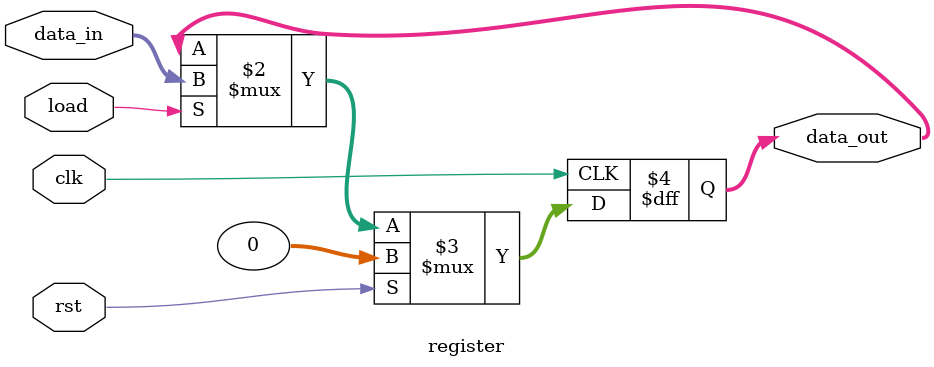
<source format=v>
module register#(parameter WIDTH=32)
(
  input wire  clk,
  input wire  rst,
  input wire  load,
  input wire  [WIDTH-1:0] data_in,
  output reg  [WIDTH-1:0] data_out
);
always@(posedge clk)
  begin
	data_out <= rst?  {WIDTH{1'b0}}
		  : load? data_in
		  : 	  data_out;
  end
endmodule 

</source>
